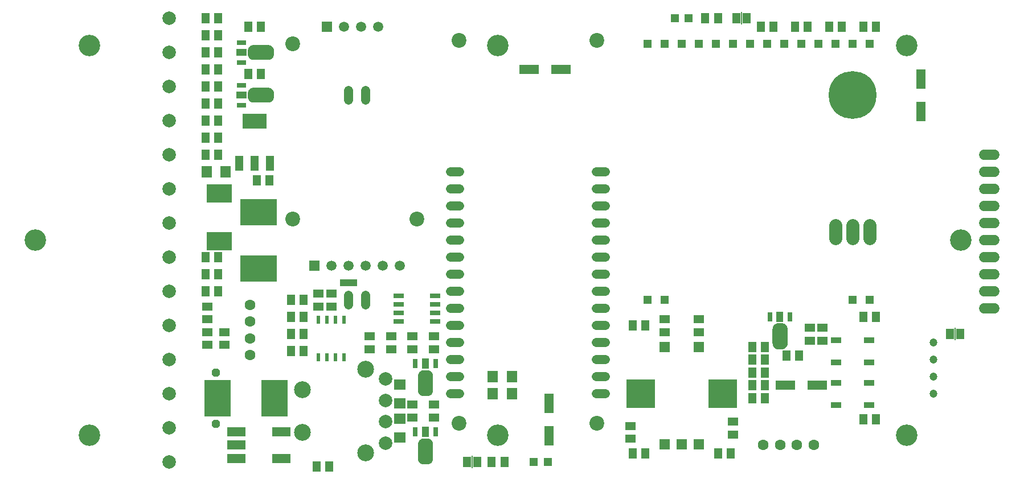
<source format=gbr>
G04 EAGLE Gerber RS-274X export*
G75*
%MOMM*%
%FSLAX34Y34*%
%LPD*%
%INSoldermask Top*%
%IPPOS*%
%AMOC8*
5,1,8,0,0,1.08239X$1,22.5*%
G01*
%ADD10C,3.200000*%
%ADD11C,2.200000*%
%ADD12C,1.350000*%
%ADD13R,1.300000X1.300000*%
%ADD14R,1.300000X1.500000*%
%ADD15R,0.800000X1.400000*%
%ADD16R,1.000000X1.600000*%
%ADD17R,1.500000X1.300000*%
%ADD18C,2.500000*%
%ADD19C,2.000000*%
%ADD20R,0.600000X1.200000*%
%ADD21R,4.000000X5.400000*%
%ADD22R,5.400000X4.000000*%
%ADD23R,3.810000X2.794000*%
%ADD24R,1.500000X1.500000*%
%ADD25R,4.200000X4.200000*%
%ADD26R,1.500000X0.900000*%
%ADD27R,1.400000X0.800000*%
%ADD28R,1.600000X1.000000*%
%ADD29C,1.600000*%
%ADD30C,1.371600*%
%ADD31R,1.528000X0.650000*%
%ADD32R,1.200000X2.250000*%
%ADD33R,3.600000X2.200000*%
%ADD34R,1.600000X1.803000*%
%ADD35R,1.200000X1.200000*%
%ADD36R,2.700000X1.400000*%
%ADD37R,1.803000X1.600000*%
%ADD38P,1.319650X8X112.500000*%
%ADD39C,1.500000*%
%ADD40C,1.905000*%
%ADD41C,7.112000*%
%ADD42R,2.500000X1.000000*%
%ADD43R,1.400000X3.000000*%
%ADD44R,3.000000X1.400000*%
%ADD45R,1.168400X1.600200*%
%ADD46R,0.152400X1.828800*%
%ADD47C,1.524000*%
%ADD48C,1.200000*%

G36*
X414284Y624017D02*
X414284Y624017D01*
X414618Y624027D01*
X414695Y624037D01*
X414773Y624041D01*
X415104Y624089D01*
X415436Y624132D01*
X415512Y624149D01*
X415589Y624160D01*
X415914Y624241D01*
X416239Y624315D01*
X416313Y624340D01*
X416389Y624358D01*
X416705Y624470D01*
X417022Y624575D01*
X417093Y624607D01*
X417166Y624633D01*
X417470Y624774D01*
X417775Y624910D01*
X417843Y624948D01*
X417913Y624981D01*
X418202Y625152D01*
X418492Y625316D01*
X418556Y625361D01*
X418623Y625401D01*
X418894Y625598D01*
X419167Y625790D01*
X419226Y625841D01*
X419289Y625887D01*
X419539Y626110D01*
X419792Y626327D01*
X419846Y626383D01*
X419905Y626435D01*
X420132Y626681D01*
X420363Y626922D01*
X420411Y626983D01*
X420464Y627041D01*
X420666Y627306D01*
X420873Y627570D01*
X420915Y627635D01*
X420962Y627697D01*
X421137Y627982D01*
X421318Y628263D01*
X421354Y628333D01*
X421395Y628399D01*
X421541Y628699D01*
X421694Y628997D01*
X421723Y629070D01*
X421757Y629140D01*
X421874Y629453D01*
X421997Y629764D01*
X422018Y629839D01*
X422046Y629912D01*
X422132Y630235D01*
X422224Y630556D01*
X422238Y630633D01*
X422258Y630708D01*
X422313Y631038D01*
X422373Y631367D01*
X422378Y631430D01*
X422393Y631522D01*
X422448Y632344D01*
X422445Y632437D01*
X422449Y632500D01*
X422449Y637750D01*
X422433Y638084D01*
X422423Y638418D01*
X422413Y638495D01*
X422409Y638573D01*
X422361Y638904D01*
X422318Y639236D01*
X422301Y639312D01*
X422290Y639389D01*
X422209Y639714D01*
X422135Y640039D01*
X422110Y640113D01*
X422092Y640189D01*
X421980Y640505D01*
X421875Y640822D01*
X421843Y640893D01*
X421817Y640966D01*
X421676Y641270D01*
X421540Y641575D01*
X421502Y641643D01*
X421469Y641713D01*
X421298Y642002D01*
X421134Y642292D01*
X421089Y642356D01*
X421049Y642423D01*
X420852Y642694D01*
X420660Y642967D01*
X420609Y643026D01*
X420563Y643089D01*
X420340Y643339D01*
X420123Y643592D01*
X420067Y643646D01*
X420015Y643705D01*
X419769Y643932D01*
X419528Y644163D01*
X419467Y644211D01*
X419409Y644264D01*
X419144Y644466D01*
X418881Y644673D01*
X418815Y644715D01*
X418753Y644762D01*
X418468Y644937D01*
X418187Y645118D01*
X418117Y645154D01*
X418051Y645195D01*
X417751Y645341D01*
X417453Y645494D01*
X417380Y645523D01*
X417310Y645557D01*
X416997Y645674D01*
X416686Y645797D01*
X416611Y645818D01*
X416538Y645846D01*
X416215Y645932D01*
X415894Y646024D01*
X415817Y646038D01*
X415742Y646058D01*
X415412Y646113D01*
X415083Y646173D01*
X415020Y646178D01*
X414928Y646193D01*
X414106Y646248D01*
X414013Y646245D01*
X413950Y646249D01*
X392200Y646249D01*
X391866Y646233D01*
X391532Y646223D01*
X391455Y646213D01*
X391377Y646209D01*
X391046Y646161D01*
X390714Y646118D01*
X390638Y646101D01*
X390561Y646090D01*
X390236Y646009D01*
X389911Y645935D01*
X389837Y645910D01*
X389761Y645892D01*
X389445Y645780D01*
X389128Y645675D01*
X389057Y645643D01*
X388984Y645617D01*
X388680Y645476D01*
X388375Y645340D01*
X388307Y645302D01*
X388237Y645269D01*
X387948Y645098D01*
X387658Y644934D01*
X387594Y644889D01*
X387527Y644849D01*
X387256Y644652D01*
X386983Y644460D01*
X386924Y644409D01*
X386861Y644363D01*
X386611Y644140D01*
X386358Y643923D01*
X386304Y643867D01*
X386246Y643815D01*
X386018Y643569D01*
X385787Y643328D01*
X385739Y643267D01*
X385686Y643209D01*
X385484Y642944D01*
X385277Y642681D01*
X385235Y642615D01*
X385188Y642553D01*
X385013Y642268D01*
X384832Y641987D01*
X384796Y641917D01*
X384755Y641851D01*
X384609Y641551D01*
X384456Y641253D01*
X384428Y641180D01*
X384393Y641110D01*
X384276Y640797D01*
X384153Y640486D01*
X384132Y640411D01*
X384104Y640338D01*
X384018Y640015D01*
X383926Y639694D01*
X383912Y639617D01*
X383892Y639542D01*
X383837Y639212D01*
X383777Y638883D01*
X383772Y638820D01*
X383757Y638728D01*
X383702Y637906D01*
X383705Y637813D01*
X383701Y637750D01*
X383701Y632500D01*
X383717Y632166D01*
X383727Y631832D01*
X383737Y631755D01*
X383741Y631677D01*
X383789Y631346D01*
X383832Y631014D01*
X383849Y630938D01*
X383860Y630861D01*
X383941Y630536D01*
X384015Y630211D01*
X384040Y630137D01*
X384058Y630061D01*
X384170Y629745D01*
X384275Y629428D01*
X384307Y629357D01*
X384333Y629284D01*
X384474Y628980D01*
X384610Y628675D01*
X384648Y628607D01*
X384681Y628537D01*
X384852Y628248D01*
X385016Y627958D01*
X385061Y627894D01*
X385101Y627827D01*
X385298Y627556D01*
X385490Y627283D01*
X385541Y627224D01*
X385587Y627161D01*
X385810Y626911D01*
X386027Y626658D01*
X386083Y626604D01*
X386135Y626546D01*
X386381Y626318D01*
X386622Y626087D01*
X386683Y626039D01*
X386741Y625986D01*
X387006Y625784D01*
X387270Y625577D01*
X387335Y625535D01*
X387397Y625488D01*
X387682Y625313D01*
X387963Y625132D01*
X388033Y625096D01*
X388099Y625055D01*
X388399Y624909D01*
X388697Y624756D01*
X388770Y624728D01*
X388840Y624693D01*
X389153Y624576D01*
X389464Y624453D01*
X389539Y624432D01*
X389612Y624404D01*
X389935Y624318D01*
X390256Y624226D01*
X390333Y624212D01*
X390408Y624192D01*
X390738Y624137D01*
X391067Y624077D01*
X391130Y624072D01*
X391222Y624057D01*
X392044Y624002D01*
X392137Y624005D01*
X392200Y624001D01*
X413950Y624001D01*
X414284Y624017D01*
G37*
G36*
X414284Y560517D02*
X414284Y560517D01*
X414618Y560527D01*
X414695Y560537D01*
X414773Y560541D01*
X415104Y560589D01*
X415436Y560632D01*
X415512Y560649D01*
X415589Y560660D01*
X415914Y560741D01*
X416239Y560815D01*
X416313Y560840D01*
X416389Y560858D01*
X416705Y560970D01*
X417022Y561075D01*
X417093Y561107D01*
X417166Y561133D01*
X417470Y561274D01*
X417775Y561410D01*
X417843Y561448D01*
X417913Y561481D01*
X418202Y561652D01*
X418492Y561816D01*
X418556Y561861D01*
X418623Y561901D01*
X418894Y562098D01*
X419167Y562290D01*
X419226Y562341D01*
X419289Y562387D01*
X419539Y562610D01*
X419792Y562827D01*
X419846Y562883D01*
X419905Y562935D01*
X420132Y563181D01*
X420363Y563422D01*
X420411Y563483D01*
X420464Y563541D01*
X420666Y563806D01*
X420873Y564070D01*
X420915Y564135D01*
X420962Y564197D01*
X421137Y564482D01*
X421318Y564763D01*
X421354Y564833D01*
X421395Y564899D01*
X421541Y565199D01*
X421694Y565497D01*
X421723Y565570D01*
X421757Y565640D01*
X421874Y565953D01*
X421997Y566264D01*
X422018Y566339D01*
X422046Y566412D01*
X422132Y566735D01*
X422224Y567056D01*
X422238Y567133D01*
X422258Y567208D01*
X422313Y567538D01*
X422373Y567867D01*
X422378Y567930D01*
X422393Y568022D01*
X422448Y568844D01*
X422445Y568937D01*
X422449Y569000D01*
X422449Y574250D01*
X422433Y574584D01*
X422423Y574918D01*
X422413Y574995D01*
X422409Y575073D01*
X422361Y575404D01*
X422318Y575736D01*
X422301Y575812D01*
X422290Y575889D01*
X422209Y576214D01*
X422135Y576539D01*
X422110Y576613D01*
X422092Y576689D01*
X421980Y577005D01*
X421875Y577322D01*
X421843Y577393D01*
X421817Y577466D01*
X421676Y577770D01*
X421540Y578075D01*
X421502Y578143D01*
X421469Y578213D01*
X421298Y578502D01*
X421134Y578792D01*
X421089Y578856D01*
X421049Y578923D01*
X420852Y579194D01*
X420660Y579467D01*
X420609Y579526D01*
X420563Y579589D01*
X420340Y579839D01*
X420123Y580092D01*
X420067Y580146D01*
X420015Y580205D01*
X419769Y580432D01*
X419528Y580663D01*
X419467Y580711D01*
X419409Y580764D01*
X419144Y580966D01*
X418881Y581173D01*
X418815Y581215D01*
X418753Y581262D01*
X418468Y581437D01*
X418187Y581618D01*
X418117Y581654D01*
X418051Y581695D01*
X417751Y581841D01*
X417453Y581994D01*
X417380Y582023D01*
X417310Y582057D01*
X416997Y582174D01*
X416686Y582297D01*
X416611Y582318D01*
X416538Y582346D01*
X416215Y582432D01*
X415894Y582524D01*
X415817Y582538D01*
X415742Y582558D01*
X415412Y582613D01*
X415083Y582673D01*
X415020Y582678D01*
X414928Y582693D01*
X414106Y582748D01*
X414013Y582745D01*
X413950Y582749D01*
X392200Y582749D01*
X391866Y582733D01*
X391532Y582723D01*
X391455Y582713D01*
X391377Y582709D01*
X391046Y582661D01*
X390714Y582618D01*
X390638Y582601D01*
X390561Y582590D01*
X390236Y582509D01*
X389911Y582435D01*
X389837Y582410D01*
X389761Y582392D01*
X389445Y582280D01*
X389128Y582175D01*
X389057Y582143D01*
X388984Y582117D01*
X388680Y581976D01*
X388375Y581840D01*
X388307Y581802D01*
X388237Y581769D01*
X387948Y581598D01*
X387658Y581434D01*
X387594Y581389D01*
X387527Y581349D01*
X387256Y581152D01*
X386983Y580960D01*
X386924Y580909D01*
X386861Y580863D01*
X386611Y580640D01*
X386358Y580423D01*
X386304Y580367D01*
X386246Y580315D01*
X386018Y580069D01*
X385787Y579828D01*
X385739Y579767D01*
X385686Y579709D01*
X385484Y579444D01*
X385277Y579181D01*
X385235Y579115D01*
X385188Y579053D01*
X385013Y578768D01*
X384832Y578487D01*
X384796Y578417D01*
X384755Y578351D01*
X384609Y578051D01*
X384456Y577753D01*
X384428Y577680D01*
X384393Y577610D01*
X384276Y577297D01*
X384153Y576986D01*
X384132Y576911D01*
X384104Y576838D01*
X384018Y576515D01*
X383926Y576194D01*
X383912Y576117D01*
X383892Y576042D01*
X383837Y575712D01*
X383777Y575383D01*
X383772Y575320D01*
X383757Y575228D01*
X383702Y574406D01*
X383705Y574313D01*
X383701Y574250D01*
X383701Y569000D01*
X383717Y568666D01*
X383727Y568332D01*
X383737Y568255D01*
X383741Y568177D01*
X383789Y567846D01*
X383832Y567514D01*
X383849Y567438D01*
X383860Y567361D01*
X383941Y567036D01*
X384015Y566711D01*
X384040Y566637D01*
X384058Y566561D01*
X384170Y566245D01*
X384275Y565928D01*
X384307Y565857D01*
X384333Y565784D01*
X384474Y565480D01*
X384610Y565175D01*
X384648Y565107D01*
X384681Y565037D01*
X384852Y564748D01*
X385016Y564458D01*
X385061Y564394D01*
X385101Y564327D01*
X385298Y564056D01*
X385490Y563783D01*
X385541Y563724D01*
X385587Y563661D01*
X385810Y563411D01*
X386027Y563158D01*
X386083Y563104D01*
X386135Y563046D01*
X386381Y562818D01*
X386622Y562587D01*
X386683Y562539D01*
X386741Y562486D01*
X387006Y562284D01*
X387270Y562077D01*
X387335Y562035D01*
X387397Y561988D01*
X387682Y561813D01*
X387963Y561632D01*
X388033Y561596D01*
X388099Y561555D01*
X388399Y561409D01*
X388697Y561256D01*
X388770Y561228D01*
X388840Y561193D01*
X389153Y561076D01*
X389464Y560953D01*
X389539Y560932D01*
X389612Y560904D01*
X389935Y560818D01*
X390256Y560726D01*
X390333Y560712D01*
X390408Y560692D01*
X390738Y560637D01*
X391067Y560577D01*
X391130Y560572D01*
X391222Y560557D01*
X392044Y560502D01*
X392137Y560505D01*
X392200Y560501D01*
X413950Y560501D01*
X414284Y560517D01*
G37*
G36*
X1177834Y193517D02*
X1177834Y193517D01*
X1178168Y193527D01*
X1178245Y193537D01*
X1178323Y193541D01*
X1178654Y193589D01*
X1178986Y193632D01*
X1179062Y193649D01*
X1179139Y193660D01*
X1179464Y193741D01*
X1179789Y193815D01*
X1179863Y193840D01*
X1179939Y193858D01*
X1180255Y193970D01*
X1180572Y194075D01*
X1180643Y194107D01*
X1180716Y194133D01*
X1181020Y194274D01*
X1181325Y194410D01*
X1181393Y194448D01*
X1181463Y194481D01*
X1181752Y194652D01*
X1182042Y194816D01*
X1182106Y194861D01*
X1182173Y194901D01*
X1182444Y195098D01*
X1182717Y195290D01*
X1182776Y195341D01*
X1182839Y195387D01*
X1183089Y195610D01*
X1183342Y195827D01*
X1183396Y195883D01*
X1183455Y195935D01*
X1183682Y196181D01*
X1183913Y196422D01*
X1183961Y196483D01*
X1184014Y196541D01*
X1184216Y196806D01*
X1184423Y197070D01*
X1184465Y197135D01*
X1184512Y197197D01*
X1184687Y197482D01*
X1184868Y197763D01*
X1184904Y197833D01*
X1184945Y197899D01*
X1185091Y198199D01*
X1185244Y198497D01*
X1185273Y198570D01*
X1185307Y198640D01*
X1185424Y198953D01*
X1185547Y199264D01*
X1185568Y199339D01*
X1185596Y199412D01*
X1185682Y199735D01*
X1185774Y200056D01*
X1185788Y200133D01*
X1185808Y200208D01*
X1185863Y200538D01*
X1185923Y200867D01*
X1185928Y200930D01*
X1185943Y201022D01*
X1185998Y201844D01*
X1185995Y201937D01*
X1185999Y202000D01*
X1185999Y223750D01*
X1185983Y224084D01*
X1185973Y224418D01*
X1185963Y224495D01*
X1185959Y224573D01*
X1185911Y224904D01*
X1185868Y225236D01*
X1185851Y225312D01*
X1185840Y225389D01*
X1185759Y225714D01*
X1185685Y226039D01*
X1185660Y226113D01*
X1185642Y226189D01*
X1185530Y226505D01*
X1185425Y226822D01*
X1185393Y226893D01*
X1185367Y226966D01*
X1185226Y227270D01*
X1185090Y227575D01*
X1185052Y227643D01*
X1185019Y227713D01*
X1184848Y228002D01*
X1184684Y228292D01*
X1184639Y228356D01*
X1184599Y228423D01*
X1184402Y228694D01*
X1184210Y228967D01*
X1184159Y229026D01*
X1184113Y229089D01*
X1183890Y229339D01*
X1183673Y229592D01*
X1183617Y229646D01*
X1183565Y229705D01*
X1183319Y229932D01*
X1183078Y230163D01*
X1183017Y230211D01*
X1182959Y230264D01*
X1182694Y230466D01*
X1182431Y230673D01*
X1182365Y230715D01*
X1182303Y230762D01*
X1182018Y230937D01*
X1181737Y231118D01*
X1181667Y231154D01*
X1181601Y231195D01*
X1181301Y231341D01*
X1181003Y231494D01*
X1180930Y231523D01*
X1180860Y231557D01*
X1180547Y231674D01*
X1180236Y231797D01*
X1180161Y231818D01*
X1180088Y231846D01*
X1179765Y231932D01*
X1179444Y232024D01*
X1179367Y232038D01*
X1179292Y232058D01*
X1178962Y232113D01*
X1178633Y232173D01*
X1178570Y232178D01*
X1178478Y232193D01*
X1177656Y232248D01*
X1177563Y232245D01*
X1177500Y232249D01*
X1172250Y232249D01*
X1171916Y232233D01*
X1171582Y232223D01*
X1171505Y232213D01*
X1171427Y232209D01*
X1171096Y232161D01*
X1170764Y232118D01*
X1170688Y232101D01*
X1170611Y232090D01*
X1170286Y232009D01*
X1169961Y231935D01*
X1169887Y231910D01*
X1169811Y231892D01*
X1169495Y231780D01*
X1169178Y231675D01*
X1169107Y231643D01*
X1169034Y231617D01*
X1168730Y231476D01*
X1168425Y231340D01*
X1168357Y231302D01*
X1168287Y231269D01*
X1167998Y231098D01*
X1167708Y230934D01*
X1167644Y230889D01*
X1167577Y230849D01*
X1167306Y230652D01*
X1167033Y230460D01*
X1166974Y230409D01*
X1166911Y230363D01*
X1166661Y230140D01*
X1166408Y229923D01*
X1166354Y229867D01*
X1166296Y229815D01*
X1166068Y229569D01*
X1165837Y229328D01*
X1165789Y229267D01*
X1165736Y229209D01*
X1165534Y228944D01*
X1165327Y228681D01*
X1165285Y228615D01*
X1165238Y228553D01*
X1165063Y228268D01*
X1164882Y227987D01*
X1164846Y227917D01*
X1164805Y227851D01*
X1164659Y227551D01*
X1164506Y227253D01*
X1164478Y227180D01*
X1164443Y227110D01*
X1164326Y226797D01*
X1164203Y226486D01*
X1164182Y226411D01*
X1164154Y226338D01*
X1164068Y226015D01*
X1163976Y225694D01*
X1163962Y225617D01*
X1163942Y225542D01*
X1163887Y225212D01*
X1163827Y224883D01*
X1163822Y224820D01*
X1163807Y224728D01*
X1163752Y223906D01*
X1163755Y223813D01*
X1163751Y223750D01*
X1163751Y202000D01*
X1163767Y201666D01*
X1163777Y201332D01*
X1163787Y201255D01*
X1163791Y201177D01*
X1163839Y200846D01*
X1163882Y200514D01*
X1163899Y200438D01*
X1163910Y200361D01*
X1163991Y200036D01*
X1164065Y199711D01*
X1164090Y199637D01*
X1164108Y199561D01*
X1164220Y199245D01*
X1164325Y198928D01*
X1164357Y198857D01*
X1164383Y198784D01*
X1164524Y198480D01*
X1164660Y198175D01*
X1164698Y198107D01*
X1164731Y198037D01*
X1164902Y197748D01*
X1165066Y197458D01*
X1165111Y197394D01*
X1165151Y197327D01*
X1165348Y197056D01*
X1165540Y196783D01*
X1165591Y196724D01*
X1165637Y196661D01*
X1165860Y196411D01*
X1166077Y196158D01*
X1166133Y196104D01*
X1166185Y196046D01*
X1166431Y195818D01*
X1166672Y195587D01*
X1166733Y195539D01*
X1166791Y195486D01*
X1167056Y195284D01*
X1167320Y195077D01*
X1167385Y195035D01*
X1167447Y194988D01*
X1167732Y194813D01*
X1168013Y194632D01*
X1168083Y194596D01*
X1168149Y194555D01*
X1168449Y194409D01*
X1168747Y194256D01*
X1168820Y194228D01*
X1168890Y194193D01*
X1169203Y194076D01*
X1169514Y193953D01*
X1169589Y193932D01*
X1169662Y193904D01*
X1169985Y193818D01*
X1170306Y193726D01*
X1170383Y193712D01*
X1170458Y193692D01*
X1170788Y193637D01*
X1171117Y193577D01*
X1171180Y193572D01*
X1171272Y193557D01*
X1172094Y193502D01*
X1172187Y193505D01*
X1172250Y193501D01*
X1177500Y193501D01*
X1177834Y193517D01*
G37*
G36*
X650784Y123667D02*
X650784Y123667D01*
X651118Y123677D01*
X651195Y123687D01*
X651273Y123691D01*
X651604Y123739D01*
X651936Y123782D01*
X652012Y123799D01*
X652089Y123810D01*
X652414Y123891D01*
X652739Y123965D01*
X652813Y123990D01*
X652889Y124008D01*
X653205Y124120D01*
X653522Y124225D01*
X653593Y124257D01*
X653666Y124283D01*
X653970Y124424D01*
X654275Y124560D01*
X654343Y124598D01*
X654413Y124631D01*
X654702Y124802D01*
X654992Y124966D01*
X655056Y125011D01*
X655123Y125051D01*
X655394Y125248D01*
X655667Y125440D01*
X655726Y125491D01*
X655789Y125537D01*
X656039Y125760D01*
X656292Y125977D01*
X656346Y126033D01*
X656405Y126085D01*
X656632Y126331D01*
X656863Y126572D01*
X656911Y126633D01*
X656964Y126691D01*
X657166Y126956D01*
X657373Y127220D01*
X657415Y127285D01*
X657462Y127347D01*
X657637Y127632D01*
X657818Y127913D01*
X657854Y127983D01*
X657895Y128049D01*
X658041Y128349D01*
X658194Y128647D01*
X658223Y128720D01*
X658257Y128790D01*
X658374Y129103D01*
X658497Y129414D01*
X658518Y129489D01*
X658546Y129562D01*
X658632Y129885D01*
X658724Y130206D01*
X658738Y130283D01*
X658758Y130358D01*
X658813Y130688D01*
X658873Y131017D01*
X658878Y131080D01*
X658893Y131172D01*
X658948Y131994D01*
X658945Y132087D01*
X658949Y132150D01*
X658949Y153900D01*
X658933Y154234D01*
X658923Y154568D01*
X658913Y154645D01*
X658909Y154723D01*
X658861Y155054D01*
X658818Y155386D01*
X658801Y155462D01*
X658790Y155539D01*
X658709Y155864D01*
X658635Y156189D01*
X658610Y156263D01*
X658592Y156339D01*
X658480Y156655D01*
X658375Y156972D01*
X658343Y157043D01*
X658317Y157116D01*
X658176Y157420D01*
X658040Y157725D01*
X658002Y157793D01*
X657969Y157863D01*
X657798Y158152D01*
X657634Y158442D01*
X657589Y158506D01*
X657549Y158573D01*
X657352Y158844D01*
X657160Y159117D01*
X657109Y159176D01*
X657063Y159239D01*
X656840Y159489D01*
X656623Y159742D01*
X656567Y159796D01*
X656515Y159855D01*
X656269Y160082D01*
X656028Y160313D01*
X655967Y160361D01*
X655909Y160414D01*
X655644Y160616D01*
X655381Y160823D01*
X655315Y160865D01*
X655253Y160912D01*
X654968Y161087D01*
X654687Y161268D01*
X654617Y161304D01*
X654551Y161345D01*
X654251Y161491D01*
X653953Y161644D01*
X653880Y161673D01*
X653810Y161707D01*
X653497Y161824D01*
X653186Y161947D01*
X653111Y161968D01*
X653038Y161996D01*
X652715Y162082D01*
X652394Y162174D01*
X652317Y162188D01*
X652242Y162208D01*
X651912Y162263D01*
X651583Y162323D01*
X651520Y162328D01*
X651428Y162343D01*
X650606Y162398D01*
X650513Y162395D01*
X650450Y162399D01*
X645200Y162399D01*
X644866Y162383D01*
X644532Y162373D01*
X644455Y162363D01*
X644377Y162359D01*
X644046Y162311D01*
X643714Y162268D01*
X643638Y162251D01*
X643561Y162240D01*
X643236Y162159D01*
X642911Y162085D01*
X642837Y162060D01*
X642761Y162042D01*
X642445Y161930D01*
X642128Y161825D01*
X642057Y161793D01*
X641984Y161767D01*
X641680Y161626D01*
X641375Y161490D01*
X641307Y161452D01*
X641237Y161419D01*
X640948Y161248D01*
X640658Y161084D01*
X640594Y161039D01*
X640527Y160999D01*
X640256Y160802D01*
X639983Y160610D01*
X639924Y160559D01*
X639861Y160513D01*
X639611Y160290D01*
X639358Y160073D01*
X639304Y160017D01*
X639246Y159965D01*
X639018Y159719D01*
X638787Y159478D01*
X638739Y159417D01*
X638686Y159359D01*
X638484Y159094D01*
X638277Y158831D01*
X638235Y158765D01*
X638188Y158703D01*
X638013Y158418D01*
X637832Y158137D01*
X637796Y158067D01*
X637755Y158001D01*
X637609Y157701D01*
X637456Y157403D01*
X637428Y157330D01*
X637393Y157260D01*
X637276Y156947D01*
X637153Y156636D01*
X637132Y156561D01*
X637104Y156488D01*
X637018Y156165D01*
X636926Y155844D01*
X636912Y155767D01*
X636892Y155692D01*
X636837Y155362D01*
X636777Y155033D01*
X636772Y154970D01*
X636757Y154878D01*
X636702Y154056D01*
X636705Y153963D01*
X636701Y153900D01*
X636701Y132150D01*
X636717Y131816D01*
X636727Y131482D01*
X636737Y131405D01*
X636741Y131327D01*
X636789Y130996D01*
X636832Y130664D01*
X636849Y130588D01*
X636860Y130511D01*
X636941Y130186D01*
X637015Y129861D01*
X637040Y129787D01*
X637058Y129711D01*
X637170Y129395D01*
X637275Y129078D01*
X637307Y129007D01*
X637333Y128934D01*
X637474Y128630D01*
X637610Y128325D01*
X637648Y128257D01*
X637681Y128187D01*
X637852Y127898D01*
X638016Y127608D01*
X638061Y127544D01*
X638101Y127477D01*
X638298Y127206D01*
X638490Y126933D01*
X638541Y126874D01*
X638587Y126811D01*
X638810Y126561D01*
X639027Y126308D01*
X639083Y126254D01*
X639135Y126196D01*
X639381Y125968D01*
X639622Y125737D01*
X639683Y125689D01*
X639741Y125636D01*
X640006Y125434D01*
X640270Y125227D01*
X640335Y125185D01*
X640397Y125138D01*
X640682Y124963D01*
X640963Y124782D01*
X641033Y124746D01*
X641099Y124705D01*
X641399Y124559D01*
X641697Y124406D01*
X641770Y124378D01*
X641840Y124343D01*
X642153Y124226D01*
X642464Y124103D01*
X642539Y124082D01*
X642612Y124054D01*
X642935Y123968D01*
X643256Y123876D01*
X643333Y123862D01*
X643408Y123842D01*
X643738Y123787D01*
X644067Y123727D01*
X644130Y123722D01*
X644222Y123707D01*
X645044Y123652D01*
X645137Y123655D01*
X645200Y123651D01*
X650450Y123651D01*
X650784Y123667D01*
G37*
G36*
X650784Y22067D02*
X650784Y22067D01*
X651118Y22077D01*
X651195Y22087D01*
X651273Y22091D01*
X651604Y22139D01*
X651936Y22182D01*
X652012Y22199D01*
X652089Y22210D01*
X652414Y22291D01*
X652739Y22365D01*
X652813Y22390D01*
X652889Y22408D01*
X653205Y22520D01*
X653522Y22625D01*
X653593Y22657D01*
X653666Y22683D01*
X653970Y22824D01*
X654275Y22960D01*
X654343Y22998D01*
X654413Y23031D01*
X654702Y23202D01*
X654992Y23366D01*
X655056Y23411D01*
X655123Y23451D01*
X655394Y23648D01*
X655667Y23840D01*
X655726Y23891D01*
X655789Y23937D01*
X656039Y24160D01*
X656292Y24377D01*
X656346Y24433D01*
X656405Y24485D01*
X656632Y24731D01*
X656863Y24972D01*
X656911Y25033D01*
X656964Y25091D01*
X657166Y25356D01*
X657373Y25620D01*
X657415Y25685D01*
X657462Y25747D01*
X657637Y26032D01*
X657818Y26313D01*
X657854Y26383D01*
X657895Y26449D01*
X658041Y26749D01*
X658194Y27047D01*
X658223Y27120D01*
X658257Y27190D01*
X658374Y27503D01*
X658497Y27814D01*
X658518Y27889D01*
X658546Y27962D01*
X658632Y28285D01*
X658724Y28606D01*
X658738Y28683D01*
X658758Y28758D01*
X658813Y29088D01*
X658873Y29417D01*
X658878Y29480D01*
X658893Y29572D01*
X658948Y30394D01*
X658945Y30487D01*
X658949Y30550D01*
X658949Y52300D01*
X658933Y52634D01*
X658923Y52968D01*
X658913Y53045D01*
X658909Y53123D01*
X658861Y53454D01*
X658818Y53786D01*
X658801Y53862D01*
X658790Y53939D01*
X658709Y54264D01*
X658635Y54589D01*
X658610Y54663D01*
X658592Y54739D01*
X658480Y55055D01*
X658375Y55372D01*
X658343Y55443D01*
X658317Y55516D01*
X658176Y55820D01*
X658040Y56125D01*
X658002Y56193D01*
X657969Y56263D01*
X657798Y56552D01*
X657634Y56842D01*
X657589Y56906D01*
X657549Y56973D01*
X657352Y57244D01*
X657160Y57517D01*
X657109Y57576D01*
X657063Y57639D01*
X656840Y57889D01*
X656623Y58142D01*
X656567Y58196D01*
X656515Y58255D01*
X656269Y58482D01*
X656028Y58713D01*
X655967Y58761D01*
X655909Y58814D01*
X655644Y59016D01*
X655381Y59223D01*
X655315Y59265D01*
X655253Y59312D01*
X654968Y59487D01*
X654687Y59668D01*
X654617Y59704D01*
X654551Y59745D01*
X654251Y59891D01*
X653953Y60044D01*
X653880Y60073D01*
X653810Y60107D01*
X653497Y60224D01*
X653186Y60347D01*
X653111Y60368D01*
X653038Y60396D01*
X652715Y60482D01*
X652394Y60574D01*
X652317Y60588D01*
X652242Y60608D01*
X651912Y60663D01*
X651583Y60723D01*
X651520Y60728D01*
X651428Y60743D01*
X650606Y60798D01*
X650513Y60795D01*
X650450Y60799D01*
X645200Y60799D01*
X644866Y60783D01*
X644532Y60773D01*
X644455Y60763D01*
X644377Y60759D01*
X644046Y60711D01*
X643714Y60668D01*
X643638Y60651D01*
X643561Y60640D01*
X643236Y60559D01*
X642911Y60485D01*
X642837Y60460D01*
X642761Y60442D01*
X642445Y60330D01*
X642128Y60225D01*
X642057Y60193D01*
X641984Y60167D01*
X641680Y60026D01*
X641375Y59890D01*
X641307Y59852D01*
X641237Y59819D01*
X640948Y59648D01*
X640658Y59484D01*
X640594Y59439D01*
X640527Y59399D01*
X640256Y59202D01*
X639983Y59010D01*
X639924Y58959D01*
X639861Y58913D01*
X639611Y58690D01*
X639358Y58473D01*
X639304Y58417D01*
X639246Y58365D01*
X639018Y58119D01*
X638787Y57878D01*
X638739Y57817D01*
X638686Y57759D01*
X638484Y57494D01*
X638277Y57231D01*
X638235Y57165D01*
X638188Y57103D01*
X638013Y56818D01*
X637832Y56537D01*
X637796Y56467D01*
X637755Y56401D01*
X637609Y56101D01*
X637456Y55803D01*
X637428Y55730D01*
X637393Y55660D01*
X637276Y55347D01*
X637153Y55036D01*
X637132Y54961D01*
X637104Y54888D01*
X637018Y54565D01*
X636926Y54244D01*
X636912Y54167D01*
X636892Y54092D01*
X636837Y53762D01*
X636777Y53433D01*
X636772Y53370D01*
X636757Y53278D01*
X636702Y52456D01*
X636705Y52363D01*
X636701Y52300D01*
X636701Y30550D01*
X636717Y30216D01*
X636727Y29882D01*
X636737Y29805D01*
X636741Y29727D01*
X636789Y29396D01*
X636832Y29064D01*
X636849Y28988D01*
X636860Y28911D01*
X636941Y28586D01*
X637015Y28261D01*
X637040Y28187D01*
X637058Y28111D01*
X637170Y27795D01*
X637275Y27478D01*
X637307Y27407D01*
X637333Y27334D01*
X637474Y27030D01*
X637610Y26725D01*
X637648Y26657D01*
X637681Y26587D01*
X637852Y26298D01*
X638016Y26008D01*
X638061Y25944D01*
X638101Y25877D01*
X638298Y25606D01*
X638490Y25333D01*
X638541Y25274D01*
X638587Y25211D01*
X638810Y24961D01*
X639027Y24708D01*
X639083Y24654D01*
X639135Y24596D01*
X639381Y24368D01*
X639622Y24137D01*
X639683Y24089D01*
X639741Y24036D01*
X640006Y23834D01*
X640270Y23627D01*
X640335Y23585D01*
X640397Y23538D01*
X640682Y23363D01*
X640963Y23182D01*
X641033Y23146D01*
X641099Y23105D01*
X641399Y22959D01*
X641697Y22806D01*
X641770Y22778D01*
X641840Y22743D01*
X642153Y22626D01*
X642464Y22503D01*
X642539Y22482D01*
X642612Y22454D01*
X642935Y22368D01*
X643256Y22276D01*
X643333Y22262D01*
X643408Y22242D01*
X643738Y22187D01*
X644067Y22127D01*
X644130Y22122D01*
X644222Y22107D01*
X645044Y22052D01*
X645137Y22055D01*
X645200Y22051D01*
X650450Y22051D01*
X650784Y22067D01*
G37*
D10*
X67500Y355600D03*
X1443800Y355600D03*
X1363150Y645600D03*
X755650Y65600D03*
X755650Y645600D03*
X148150Y645600D03*
X148150Y65600D03*
X1363150Y65600D03*
D11*
X697600Y653300D03*
X697600Y83300D03*
X902600Y83300D03*
X902600Y653300D03*
D12*
X698500Y127000D02*
X685000Y127000D01*
X901700Y127000D02*
X915200Y127000D01*
X698500Y152400D02*
X685000Y152400D01*
X685000Y177800D02*
X698500Y177800D01*
X698500Y203200D02*
X685000Y203200D01*
X685000Y228600D02*
X698500Y228600D01*
X698500Y254000D02*
X685000Y254000D01*
X685000Y279400D02*
X698500Y279400D01*
X698500Y304800D02*
X685000Y304800D01*
X685000Y330200D02*
X698500Y330200D01*
X698500Y355600D02*
X685000Y355600D01*
X685000Y381000D02*
X698500Y381000D01*
X698500Y406400D02*
X685000Y406400D01*
X685000Y431800D02*
X698500Y431800D01*
X698500Y457200D02*
X685000Y457200D01*
X901700Y152400D02*
X915200Y152400D01*
X915200Y177800D02*
X901700Y177800D01*
X901700Y203200D02*
X915200Y203200D01*
X915200Y228600D02*
X901700Y228600D01*
X901700Y254000D02*
X915200Y254000D01*
X915200Y279400D02*
X901700Y279400D01*
X901700Y304800D02*
X915200Y304800D01*
X915200Y330200D02*
X901700Y330200D01*
X901700Y355600D02*
X915200Y355600D01*
X915200Y381000D02*
X901700Y381000D01*
X901700Y406400D02*
X915200Y406400D01*
X915200Y431800D02*
X901700Y431800D01*
X901700Y457200D02*
X915200Y457200D01*
D13*
X1308100Y647700D03*
X1282700Y647700D03*
X1257300Y647700D03*
X1231900Y647700D03*
X1206500Y647700D03*
X1181100Y647700D03*
X1155700Y647700D03*
X1130300Y647700D03*
X1104900Y647700D03*
X1079500Y647700D03*
X1054100Y647700D03*
X1028700Y647700D03*
X1003300Y647700D03*
X977900Y647700D03*
X977900Y266700D03*
X1003300Y266700D03*
X1282700Y266700D03*
X1308100Y266700D03*
D14*
X1146200Y673100D03*
X1165200Y673100D03*
X1247800Y673100D03*
X1266800Y673100D03*
X955700Y228600D03*
X974700Y228600D03*
X1197000Y673100D03*
X1216000Y673100D03*
X1298600Y673100D03*
X1317600Y673100D03*
D15*
X1189740Y242060D03*
X1159760Y242060D03*
D16*
X1174750Y242050D03*
D17*
X1238250Y206400D03*
X1238250Y225400D03*
X1219200Y206400D03*
X1219200Y225400D03*
D18*
X558800Y163600D03*
X464800Y133600D03*
X464800Y69600D03*
X558800Y39600D03*
D19*
X588800Y53600D03*
X588800Y85600D03*
X588800Y117600D03*
X588800Y149600D03*
D15*
X662690Y172210D03*
X632710Y172210D03*
D16*
X647700Y172200D03*
D17*
X628650Y193700D03*
X628650Y212700D03*
X660400Y193700D03*
X660400Y212700D03*
D15*
X662690Y70610D03*
X632710Y70610D03*
D16*
X647700Y70600D03*
D17*
X628650Y92100D03*
X628650Y111100D03*
X660400Y92100D03*
X660400Y111100D03*
D20*
X527050Y237550D03*
X514350Y237550D03*
X501650Y237550D03*
X488950Y237550D03*
X488950Y181550D03*
X501650Y181550D03*
X514350Y181550D03*
X527050Y181550D03*
D17*
X488950Y276200D03*
X488950Y257200D03*
X508000Y276200D03*
X508000Y257200D03*
D19*
X266950Y76411D03*
X266950Y25611D03*
D21*
X423000Y120650D03*
X339000Y120650D03*
D19*
X266950Y279611D03*
X266950Y228811D03*
D22*
X400050Y397600D03*
X400050Y313600D03*
D23*
X341630Y354076D03*
X341630Y425450D03*
D14*
X320700Y279400D03*
X339700Y279400D03*
X339700Y330200D03*
X320700Y330200D03*
X339700Y304800D03*
X320700Y304800D03*
D24*
X1003700Y52000D03*
X1053700Y52000D03*
X1028700Y52000D03*
X1003700Y197000D03*
X1053700Y197000D03*
D25*
X967700Y127000D03*
X1089700Y127000D03*
D14*
X447700Y266700D03*
X466700Y266700D03*
X447700Y215900D03*
X466700Y215900D03*
X447700Y241300D03*
X466700Y241300D03*
D26*
X1307200Y110500D03*
X1307200Y143500D03*
X1258200Y110500D03*
X1258200Y143500D03*
D14*
X1317600Y88900D03*
X1298600Y88900D03*
X1152500Y158750D03*
X1133500Y158750D03*
D26*
X1307200Y174000D03*
X1307200Y207000D03*
X1258200Y174000D03*
X1258200Y207000D03*
D14*
X1317600Y241300D03*
X1298600Y241300D03*
D27*
X373890Y586490D03*
X373890Y556510D03*
D28*
X373900Y571500D03*
D14*
X320700Y533400D03*
X339700Y533400D03*
D19*
X266950Y432011D03*
X266950Y381211D03*
X266950Y330411D03*
D14*
X339700Y558800D03*
X320700Y558800D03*
X320700Y584200D03*
X339700Y584200D03*
D27*
X373890Y649990D03*
X373890Y620010D03*
D28*
X373900Y635000D03*
D14*
X320700Y609600D03*
X339700Y609600D03*
D19*
X266950Y584411D03*
X266950Y533611D03*
X266950Y482811D03*
D14*
X339700Y635000D03*
X320700Y635000D03*
X320700Y660400D03*
X339700Y660400D03*
D19*
X266950Y178011D03*
X266950Y127211D03*
D17*
X323850Y219050D03*
X323850Y200050D03*
X323850Y257150D03*
X323850Y238150D03*
D29*
X1224950Y50800D03*
X1199950Y50800D03*
X1174950Y50800D03*
X1149950Y50800D03*
X387350Y184750D03*
X387350Y209750D03*
X387350Y234750D03*
X387350Y259750D03*
D14*
X1152500Y139700D03*
X1133500Y139700D03*
X1152500Y120650D03*
X1133500Y120650D03*
X955700Y38100D03*
X974700Y38100D03*
X1101700Y38100D03*
X1082700Y38100D03*
D17*
X1054100Y238100D03*
X1054100Y219100D03*
X952500Y60350D03*
X952500Y79350D03*
X1104900Y66700D03*
X1104900Y85700D03*
X1003300Y219100D03*
X1003300Y238100D03*
D30*
X558800Y564642D02*
X558800Y578358D01*
X533400Y578358D02*
X533400Y564642D01*
X558800Y273558D02*
X558800Y259842D01*
X533400Y259842D02*
X533400Y273558D01*
D14*
X504800Y19050D03*
X485800Y19050D03*
D31*
X662110Y234950D03*
X662110Y247650D03*
X662110Y260350D03*
X662110Y273050D03*
X607890Y273050D03*
X607890Y260350D03*
X607890Y247650D03*
X607890Y234950D03*
D14*
X447700Y190500D03*
X466700Y190500D03*
D17*
X596900Y193700D03*
X596900Y212700D03*
X565150Y193700D03*
X565150Y212700D03*
D32*
X370700Y470650D03*
X393700Y470650D03*
X416700Y470650D03*
D33*
X393700Y532640D03*
D14*
X415900Y444500D03*
X396900Y444500D03*
X339700Y508000D03*
X320700Y508000D03*
X339700Y482600D03*
X320700Y482600D03*
D34*
X350770Y457200D03*
X322330Y457200D03*
D17*
X349250Y200050D03*
X349250Y219050D03*
D35*
X1018200Y685800D03*
X1039200Y685800D03*
D14*
X1082650Y685800D03*
X1063650Y685800D03*
D36*
X366300Y50800D03*
X433800Y70800D03*
X433800Y30800D03*
X366300Y70800D03*
X366300Y30800D03*
D37*
X609600Y90420D03*
X609600Y61980D03*
X609600Y112780D03*
X609600Y141220D03*
D38*
X336550Y82550D03*
X336550Y158750D03*
D11*
X635000Y387350D03*
X450850Y387350D03*
D24*
X482600Y317500D03*
D39*
X508000Y317500D03*
X533400Y317500D03*
X558800Y317500D03*
X584200Y317500D03*
D24*
X501650Y673100D03*
D39*
X527050Y673100D03*
X552450Y673100D03*
X577850Y673100D03*
X609600Y317500D03*
D11*
X450850Y647700D03*
D14*
X403200Y673100D03*
X384200Y673100D03*
D40*
X1257300Y377825D02*
X1257300Y358775D01*
X1282700Y358775D02*
X1282700Y377825D01*
X1308100Y377825D02*
X1308100Y358775D01*
D41*
X1282700Y571500D03*
D34*
X747780Y152400D03*
X776220Y152400D03*
X747780Y127000D03*
X776220Y127000D03*
D42*
X533400Y292100D03*
D43*
X831850Y112900D03*
X831850Y64900D03*
D44*
X801500Y609600D03*
X849500Y609600D03*
X1230500Y139700D03*
X1182500Y139700D03*
D43*
X1384300Y547500D03*
X1384300Y595500D03*
D19*
X266950Y686011D03*
X266950Y635211D03*
D45*
X1109980Y685800D03*
X1125220Y685800D03*
D46*
X1117600Y685800D03*
D14*
X1203300Y184150D03*
X1184300Y184150D03*
X1152500Y177800D03*
X1133500Y177800D03*
X1152500Y196850D03*
X1133500Y196850D03*
D35*
X829650Y25400D03*
X808650Y25400D03*
D14*
X746150Y25400D03*
X765150Y25400D03*
D45*
X725170Y25400D03*
X709930Y25400D03*
D46*
X717550Y25400D03*
D47*
X1478280Y482600D02*
X1493520Y482600D01*
X1493520Y457200D02*
X1478280Y457200D01*
X1478280Y431800D02*
X1493520Y431800D01*
X1493520Y406400D02*
X1478280Y406400D01*
X1478280Y381000D02*
X1493520Y381000D01*
X1493520Y355600D02*
X1478280Y355600D01*
X1478280Y330200D02*
X1493520Y330200D01*
X1493520Y304800D02*
X1478280Y304800D01*
X1478280Y279400D02*
X1493520Y279400D01*
X1493520Y254000D02*
X1478280Y254000D01*
D14*
X403200Y603250D03*
X384200Y603250D03*
X320700Y685800D03*
X339700Y685800D03*
D48*
X1403350Y127000D03*
X1403350Y152400D03*
X1403350Y177800D03*
X1403350Y203200D03*
D45*
X1442720Y215900D03*
X1427480Y215900D03*
D46*
X1435100Y215900D03*
M02*

</source>
